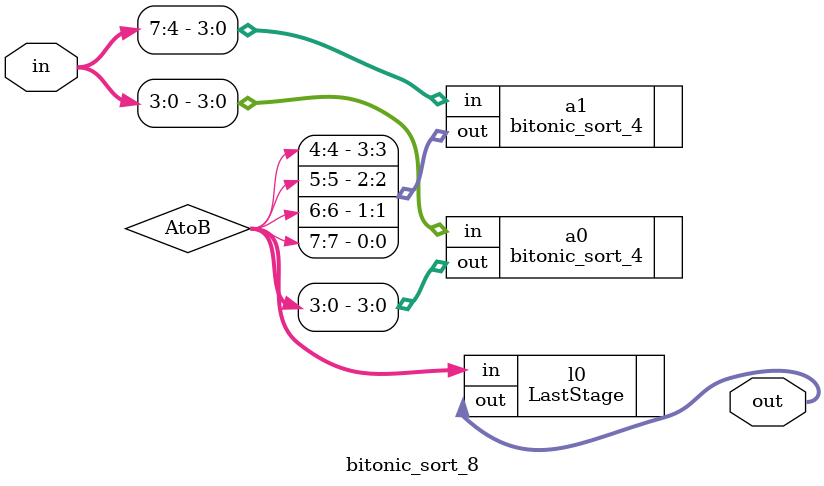
<source format=v>
`timescale 1ns / 1ps

module bitonic_sort_8(in, out);
    input [7:0] in;
    output [7:0] out;

    wire [7:0] AtoB;
    //wire [7:0] BtoC;
    //wire [7:0] CtoD;

    //Ascending and descending instances
    bitonic_sort_4 a0(.in(in[3:0]), .out(AtoB[3:0]));
    bitonic_sort_4 a1(.in(in[7:4]), .out({AtoB[4], AtoB[5], AtoB[6], AtoB[7]}));


    LastStage #(8) l0(.in(AtoB), .out(out));

    /*
    //Last Stage
    Bitonic_sort2 b0(.a(AtoB[0]), .b(AtoB[4]), .min(BtoC[0]), .max(BtoC[4]));
    Bitonic_sort2 b1(.a(AtoB[1]), .b(AtoB[5]), .min(BtoC[1]), .max(BtoC[5]));
    Bitonic_sort2 b2(.a(AtoB[2]), .b(AtoB[6]), .min(BtoC[2]), .max(BtoC[6]));
    Bitonic_sort2 b3(.a(AtoB[3]), .b(AtoB[7]), .min(BtoC[3]), .max(BtoC[7]));
    

    Bitonic_sort2 c0(.a(BtoC[0]), .b(BtoC[2]), .min(CtoD[0]), .max(CtoD[2]));
    Bitonic_sort2 c1(.a(BtoC[1]), .b(BtoC[3]), .min(CtoD[1]), .max(CtoD[3]));
    Bitonic_sort2 c2(.a(BtoC[4]), .b(BtoC[6]), .min(CtoD[4]), .max(CtoD[6]));
    Bitonic_sort2 c3(.a(BtoC[5]), .b(BtoC[7]), .min(CtoD[5]), .max(CtoD[7]));


    Bitonic_sort2 d0(.a(CtoD[0]), .b(CtoD[1]), .min(out[0]), .max(out[1]));
    Bitonic_sort2 d1(.a(CtoD[2]), .b(CtoD[3]), .min(out[2]), .max(out[3]));
    Bitonic_sort2 d2(.a(CtoD[4]), .b(CtoD[5]), .min(out[4]), .max(out[5]));
    Bitonic_sort2 d3(.a(CtoD[6]), .b(CtoD[7]), .min(out[6]), .max(out[7]));    
    */


endmodule



</source>
